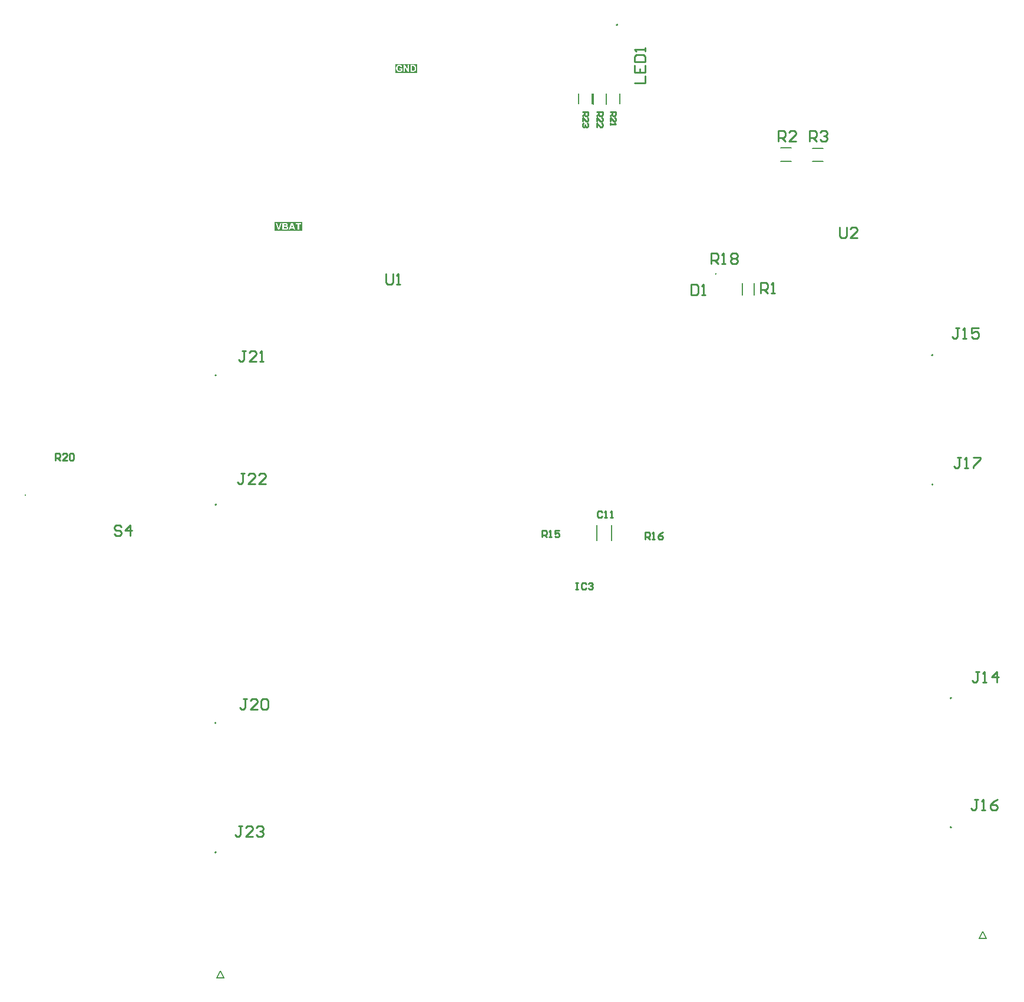
<source format=gbr>
%TF.GenerationSoftware,Altium Limited,Altium Designer,23.6.0 (18)*%
G04 Layer_Color=65535*
%FSLAX45Y45*%
%MOMM*%
%TF.SameCoordinates,8B2A78E3-6762-467B-82E4-ABAB87B9FA14*%
%TF.FilePolarity,Positive*%
%TF.FileFunction,Legend,Top*%
%TF.Part,Single*%
G01*
G75*
%TA.AperFunction,NonConductor*%
%ADD70C,0.20000*%
%ADD71C,0.12700*%
%ADD72C,0.25400*%
G36*
X-746386Y13317500D02*
X-1140000D01*
Y13440451D01*
X-746386D01*
Y13317500D01*
D02*
G37*
G36*
X907452Y15589999D02*
X592500D01*
Y15716617D01*
X907452D01*
Y15589999D01*
D02*
G37*
%LPC*%
G36*
X-1036374Y13427751D02*
X-1057379D01*
X-1081203Y13355576D01*
X-1106014Y13427751D01*
X-1127300D01*
X-1092339Y13330200D01*
X-1071053D01*
X-1036374Y13427751D01*
D02*
G37*
G36*
X-759086D02*
X-836479D01*
Y13411258D01*
X-807580D01*
Y13330200D01*
X-787844D01*
Y13411258D01*
X-759086D01*
Y13427751D01*
D02*
G37*
G36*
X-879334D02*
X-900197D01*
X-937977Y13330200D01*
X-917114D01*
X-909078Y13352332D01*
X-869889D01*
X-861431Y13330200D01*
X-840144D01*
X-879334Y13427751D01*
D02*
G37*
G36*
X-983511D02*
X-1026365D01*
Y13330200D01*
X-984074D01*
X-981678Y13330341D01*
X-977449D01*
X-975757Y13330482D01*
X-973079D01*
X-972092Y13330623D01*
X-970682D01*
X-970118Y13330763D01*
X-969555D01*
X-966735Y13331187D01*
X-964198Y13331892D01*
X-961942Y13332596D01*
X-959969Y13333443D01*
X-958418Y13334148D01*
X-957290Y13334853D01*
X-956585Y13335275D01*
X-956303Y13335416D01*
X-954330Y13336966D01*
X-952779Y13338658D01*
X-951228Y13340208D01*
X-950101Y13341901D01*
X-949114Y13343311D01*
X-948409Y13344438D01*
X-947986Y13345143D01*
X-947845Y13345425D01*
X-946858Y13347821D01*
X-946013Y13350076D01*
X-945449Y13352332D01*
X-945167Y13354306D01*
X-944885Y13355997D01*
X-944744Y13357266D01*
Y13358394D01*
X-944885Y13361494D01*
X-945449Y13364314D01*
X-946295Y13366711D01*
X-947140Y13368967D01*
X-947986Y13370657D01*
X-948832Y13371927D01*
X-949396Y13372774D01*
X-949537Y13373055D01*
X-951510Y13375310D01*
X-953625Y13377142D01*
X-956021Y13378694D01*
X-958136Y13379820D01*
X-960110Y13380807D01*
X-961801Y13381512D01*
X-962365Y13381654D01*
X-962788Y13381795D01*
X-963070Y13381937D01*
X-963211D01*
X-960955Y13383205D01*
X-958982Y13384473D01*
X-957290Y13386024D01*
X-955880Y13387292D01*
X-954894Y13388560D01*
X-954048Y13389548D01*
X-953484Y13390253D01*
X-953343Y13390535D01*
X-952074Y13392792D01*
X-951088Y13394905D01*
X-950524Y13397020D01*
X-949960Y13398993D01*
X-949678Y13400685D01*
X-949537Y13401955D01*
Y13402798D01*
Y13402940D01*
Y13403081D01*
X-949678Y13405338D01*
X-949960Y13407591D01*
X-950524Y13409425D01*
X-951088Y13411118D01*
X-951651Y13412526D01*
X-952215Y13413654D01*
X-952497Y13414218D01*
X-952638Y13414500D01*
X-953766Y13416333D01*
X-955035Y13417883D01*
X-956303Y13419293D01*
X-957431Y13420563D01*
X-958559Y13421407D01*
X-959405Y13422112D01*
X-959969Y13422536D01*
X-960110Y13422676D01*
X-961801Y13423804D01*
X-963634Y13424651D01*
X-965325Y13425356D01*
X-966876Y13425919D01*
X-968286Y13426341D01*
X-969273Y13426624D01*
X-969977Y13426764D01*
X-970259D01*
X-972656Y13427046D01*
X-975334Y13427328D01*
X-978154Y13427469D01*
X-980973Y13427609D01*
X-983511Y13427751D01*
D02*
G37*
%LPD*%
G36*
X-876232Y13368826D02*
X-903158D01*
X-889907Y13405055D01*
X-876232Y13368826D01*
D02*
G37*
G36*
X-985484Y13411398D02*
X-981819D01*
X-980973Y13411258D01*
X-979422D01*
X-978859Y13411118D01*
X-978718D01*
X-977026Y13410835D01*
X-975475Y13410413D01*
X-974207Y13409848D01*
X-973079Y13409283D01*
X-972374Y13408720D01*
X-971669Y13408156D01*
X-971387Y13407874D01*
X-971246Y13407733D01*
X-970400Y13406606D01*
X-969837Y13405338D01*
X-969273Y13404208D01*
X-968991Y13403081D01*
X-968850Y13401955D01*
X-968709Y13401108D01*
Y13400545D01*
Y13400403D01*
X-968850Y13398711D01*
X-969132Y13397160D01*
X-969696Y13395892D01*
X-970118Y13394765D01*
X-970682Y13393777D01*
X-971246Y13393213D01*
X-971528Y13392792D01*
X-971669Y13392650D01*
X-972797Y13391663D01*
X-974066Y13390958D01*
X-975334Y13390395D01*
X-976603Y13389970D01*
X-977872Y13389548D01*
X-978718Y13389407D01*
X-979282Y13389265D01*
X-980127D01*
X-980973Y13389125D01*
X-985343D01*
X-987740Y13388985D01*
X-1006630D01*
Y13411540D01*
X-987035D01*
X-985484Y13411398D01*
D02*
G37*
G36*
X-984215Y13372632D02*
X-982524Y13372491D01*
X-980832D01*
X-979422Y13372350D01*
X-978154Y13372209D01*
X-977167Y13372067D01*
X-976180Y13371927D01*
X-975475Y13371786D01*
X-974348Y13371645D01*
X-973643Y13371362D01*
X-973502D01*
X-972092Y13370799D01*
X-970823Y13370094D01*
X-969696Y13369389D01*
X-968850Y13368544D01*
X-968145Y13367979D01*
X-967722Y13367416D01*
X-967440Y13366994D01*
X-967299Y13366852D01*
X-966594Y13365582D01*
X-966030Y13364314D01*
X-965607Y13363187D01*
X-965325Y13361919D01*
X-965185Y13360931D01*
X-965044Y13360086D01*
Y13359521D01*
Y13359381D01*
X-965185Y13357549D01*
X-965466Y13355856D01*
X-965889Y13354446D01*
X-966453Y13353319D01*
X-967017Y13352332D01*
X-967440Y13351627D01*
X-967722Y13351204D01*
X-967863Y13351064D01*
X-968991Y13350076D01*
X-970118Y13349231D01*
X-971387Y13348526D01*
X-972515Y13347961D01*
X-973502Y13347681D01*
X-974348Y13347398D01*
X-974911Y13347256D01*
X-975052D01*
X-975616Y13347116D01*
X-976462D01*
X-978295Y13346976D01*
X-980550Y13346834D01*
X-982806D01*
X-984920Y13346693D01*
X-1006630D01*
Y13372774D01*
X-986189D01*
X-984215Y13372632D01*
D02*
G37*
%LPC*%
G36*
X655244Y15703917D02*
X653553D01*
X648478Y15703777D01*
X643967Y15703212D01*
X641993Y15702789D01*
X640020Y15702367D01*
X638187Y15701942D01*
X636636Y15701520D01*
X635227Y15700957D01*
X633817Y15700533D01*
X632830Y15700110D01*
X631843Y15699828D01*
X631138Y15699405D01*
X630575Y15699265D01*
X630293Y15698982D01*
X630152D01*
X625782Y15696445D01*
X623949Y15694894D01*
X622116Y15693484D01*
X620425Y15691934D01*
X618874Y15690382D01*
X617464Y15688834D01*
X616196Y15687424D01*
X615209Y15686012D01*
X614222Y15684744D01*
X613376Y15683617D01*
X612671Y15682629D01*
X612248Y15681784D01*
X611826Y15681219D01*
X611685Y15680797D01*
X611544Y15680656D01*
X610416Y15678401D01*
X609429Y15676144D01*
X607878Y15671494D01*
X606751Y15666841D01*
X606046Y15662753D01*
X605764Y15660780D01*
X605482Y15659088D01*
X605341Y15657536D01*
Y15656128D01*
X605200Y15655141D01*
Y15653590D01*
X605482Y15648373D01*
X606046Y15643581D01*
X607033Y15639211D01*
X607455Y15637097D01*
X608019Y15635265D01*
X608583Y15633572D01*
X609006Y15632022D01*
X609570Y15630753D01*
X609993Y15629625D01*
X610275Y15628780D01*
X610557Y15628075D01*
X610839Y15627652D01*
Y15627512D01*
X613235Y15623282D01*
X615914Y15619617D01*
X618733Y15616374D01*
X621552Y15613837D01*
X622821Y15612709D01*
X624090Y15611722D01*
X625077Y15610876D01*
X626064Y15610312D01*
X626768Y15609749D01*
X627473Y15609326D01*
X627755Y15609184D01*
X627896Y15609044D01*
X630152Y15607916D01*
X632266Y15606929D01*
X636918Y15605379D01*
X641429Y15604251D01*
X645517Y15603546D01*
X647491Y15603264D01*
X649183Y15602982D01*
X650733Y15602841D01*
X652143D01*
X653130Y15602699D01*
X654680D01*
X659191Y15602841D01*
X663421Y15603406D01*
X667509Y15604111D01*
X671033Y15604956D01*
X672584Y15605379D01*
X673993Y15605801D01*
X675262Y15606224D01*
X676390Y15606506D01*
X677236Y15606789D01*
X677800Y15607069D01*
X678222Y15607211D01*
X678363D01*
X682592Y15608904D01*
X686117Y15610735D01*
X689218Y15612569D01*
X691897Y15614119D01*
X693870Y15615527D01*
X694575Y15616092D01*
X695280Y15616656D01*
X695703Y15617079D01*
X696126Y15617361D01*
X696408Y15617644D01*
Y15656833D01*
X653976D01*
Y15640340D01*
X676531D01*
Y15627792D01*
X674839Y15626524D01*
X673007Y15625397D01*
X671174Y15624409D01*
X669482Y15623564D01*
X668073Y15622859D01*
X666804Y15622295D01*
X666099Y15622012D01*
X665958Y15621872D01*
X665817D01*
X663562Y15621027D01*
X661306Y15620462D01*
X659191Y15620039D01*
X657359Y15619757D01*
X655667Y15619617D01*
X654539Y15619475D01*
X653412D01*
X651156Y15619617D01*
X648901Y15619897D01*
X646927Y15620322D01*
X644953Y15620885D01*
X641429Y15622295D01*
X640020Y15623000D01*
X638610Y15623846D01*
X637341Y15624690D01*
X636213Y15625397D01*
X635368Y15626242D01*
X634522Y15626807D01*
X633958Y15627370D01*
X633535Y15627792D01*
X633253Y15628075D01*
X633112Y15628217D01*
X631843Y15629907D01*
X630575Y15631882D01*
X629588Y15633855D01*
X628742Y15635970D01*
X627332Y15640340D01*
X626486Y15644568D01*
X626204Y15646542D01*
X625923Y15648515D01*
X625782Y15650066D01*
X625641Y15651617D01*
X625500Y15652744D01*
Y15653731D01*
Y15654295D01*
Y15654436D01*
X625641Y15657396D01*
X625782Y15660075D01*
X626204Y15662753D01*
X626627Y15665150D01*
X627191Y15667264D01*
X627896Y15669238D01*
X628601Y15671071D01*
X629306Y15672762D01*
X629870Y15674171D01*
X630575Y15675441D01*
X631279Y15676427D01*
X631843Y15677274D01*
X632266Y15677979D01*
X632689Y15678401D01*
X632830Y15678683D01*
X632971Y15678824D01*
X634522Y15680234D01*
X636072Y15681644D01*
X637764Y15682629D01*
X639456Y15683617D01*
X641147Y15684464D01*
X642839Y15685168D01*
X646081Y15686154D01*
X647632Y15686436D01*
X649042Y15686719D01*
X650310Y15686859D01*
X651438Y15687000D01*
X652284Y15687141D01*
X653553D01*
X656654Y15687000D01*
X659332Y15686436D01*
X661729Y15685872D01*
X663843Y15685027D01*
X665394Y15684322D01*
X666663Y15683617D01*
X667368Y15683054D01*
X667650Y15682912D01*
X669623Y15681219D01*
X671315Y15679388D01*
X672725Y15677554D01*
X673711Y15675723D01*
X674557Y15674031D01*
X675121Y15672762D01*
X675403Y15671916D01*
X675544Y15671774D01*
Y15671634D01*
X695139Y15675301D01*
X694575Y15677696D01*
X693729Y15680093D01*
X692883Y15682207D01*
X691756Y15684181D01*
X690769Y15686154D01*
X689641Y15687846D01*
X688513Y15689397D01*
X687385Y15690807D01*
X686258Y15692075D01*
X685271Y15693204D01*
X684425Y15694189D01*
X683579Y15694894D01*
X682874Y15695457D01*
X682311Y15696022D01*
X682029Y15696162D01*
X681888Y15696304D01*
X679914Y15697714D01*
X677800Y15698842D01*
X675544Y15699828D01*
X673147Y15700674D01*
X668495Y15702084D01*
X663984Y15702930D01*
X661870Y15703352D01*
X659896Y15703494D01*
X658064Y15703635D01*
X656513Y15703777D01*
X655244Y15703917D01*
D02*
G37*
G36*
X792267Y15702084D02*
X774082D01*
Y15636392D01*
X733765Y15702084D01*
X714734D01*
Y15604533D01*
X732919D01*
Y15668816D01*
X772531Y15604533D01*
X792267D01*
Y15702084D01*
D02*
G37*
G36*
X852038D02*
X813131D01*
Y15604533D01*
X850065D01*
X853871Y15604674D01*
X857395Y15604816D01*
X860356Y15605096D01*
X862752Y15605519D01*
X864726Y15605942D01*
X866276Y15606224D01*
X866699Y15606364D01*
X867122D01*
X867263Y15606506D01*
X867404D01*
X870505Y15607634D01*
X873325Y15608904D01*
X875580Y15610172D01*
X877554Y15611440D01*
X879105Y15612569D01*
X880232Y15613414D01*
X880937Y15613979D01*
X881219Y15614259D01*
X883616Y15616937D01*
X885730Y15619757D01*
X887563Y15622717D01*
X888973Y15625397D01*
X890100Y15627934D01*
X890664Y15628920D01*
X890946Y15629765D01*
X891228Y15630612D01*
X891510Y15631177D01*
X891651Y15631458D01*
Y15631599D01*
X892638Y15634982D01*
X893484Y15638506D01*
X894047Y15641890D01*
X894329Y15645132D01*
X894470Y15646683D01*
X894611Y15648093D01*
Y15649220D01*
X894752Y15650348D01*
Y15652322D01*
X894611Y15657256D01*
X894188Y15661626D01*
X894047Y15663741D01*
X893766Y15665573D01*
X893484Y15667406D01*
X893202Y15668956D01*
X892779Y15670366D01*
X892497Y15671634D01*
X892215Y15672762D01*
X892074Y15673608D01*
X891792Y15674313D01*
X891651Y15674876D01*
X891510Y15675159D01*
Y15675301D01*
X890241Y15678683D01*
X888691Y15681784D01*
X887140Y15684464D01*
X885589Y15686719D01*
X884321Y15688551D01*
X883193Y15689960D01*
X882488Y15690807D01*
X882347Y15691087D01*
X882206D01*
X879810Y15693344D01*
X877413Y15695177D01*
X874876Y15696727D01*
X872620Y15697997D01*
X870646Y15698982D01*
X868955Y15699687D01*
X868391Y15699828D01*
X867968Y15699969D01*
X867686Y15700110D01*
X867545D01*
X864867Y15700815D01*
X861906Y15701237D01*
X858805Y15701662D01*
X855845Y15701802D01*
X853166Y15701942D01*
X852038Y15702084D01*
D02*
G37*
%LPD*%
G36*
X847527Y15685449D02*
X849219D01*
X850629Y15685307D01*
X851897D01*
X853166Y15685168D01*
X854153D01*
X855704Y15684886D01*
X856831Y15684744D01*
X857536Y15684604D01*
X857677D01*
X859651Y15684039D01*
X861342Y15683334D01*
X862893Y15682629D01*
X864303Y15681784D01*
X865290Y15681079D01*
X866135Y15680516D01*
X866558Y15680093D01*
X866699Y15679951D01*
X867968Y15678542D01*
X869096Y15676991D01*
X870083Y15675441D01*
X870928Y15674031D01*
X871492Y15672621D01*
X871915Y15671494D01*
X872197Y15670789D01*
X872338Y15670648D01*
Y15670506D01*
X873043Y15667969D01*
X873607Y15665291D01*
X873889Y15662331D01*
X874171Y15659511D01*
X874312Y15657114D01*
X874453Y15655988D01*
Y15655000D01*
Y15654295D01*
Y15653731D01*
Y15653308D01*
Y15653168D01*
X874312Y15649220D01*
X874171Y15645555D01*
X873748Y15642595D01*
X873466Y15640057D01*
X873043Y15637943D01*
X872902Y15637097D01*
X872620Y15636533D01*
X872479Y15635970D01*
Y15635545D01*
X872338Y15635405D01*
Y15635265D01*
X871492Y15633009D01*
X870787Y15631035D01*
X869801Y15629485D01*
X869096Y15628217D01*
X868391Y15627229D01*
X867827Y15626524D01*
X867404Y15626102D01*
X867263Y15625960D01*
X865994Y15624973D01*
X864726Y15624129D01*
X863457Y15623422D01*
X862188Y15622859D01*
X861061Y15622437D01*
X860215Y15622154D01*
X859651Y15621872D01*
X859369D01*
X857818Y15621590D01*
X855986Y15621449D01*
X854012Y15621167D01*
X852038D01*
X850206Y15621027D01*
X832867D01*
Y15685590D01*
X845695D01*
X847527Y15685449D01*
D02*
G37*
D70*
X3771500Y16277200D02*
G03*
X3791500Y16277200I10000J0D01*
G01*
D02*
G03*
X3771500Y16277200I-10000J0D01*
G01*
X-1980500Y4378200D02*
G03*
X-1980500Y4378200I-10000J0D01*
G01*
Y6238200D02*
G03*
X-1980500Y6238200I-10000J0D01*
G01*
X-1975501Y11238700D02*
G03*
X-1975501Y11238700I-10000J0D01*
G01*
Y9378700D02*
G03*
X-1975501Y9378700I-10000J0D01*
G01*
X5200000Y12690798D02*
G03*
X5200000Y12700798I0J5000D01*
G01*
D02*
G03*
X5200000Y12690798I0J-5000D01*
G01*
X8322000Y11527700D02*
G03*
X8322000Y11527700I-10000J0D01*
G01*
Y9667700D02*
G03*
X8322000Y9667700I-10000J0D01*
G01*
X-4720300Y9520300D02*
G03*
X-4720300Y9510300I0J-5000D01*
G01*
D02*
G03*
X-4720300Y9520300I0J5000D01*
G01*
D02*
G03*
X-4720300Y9510300I0J-5000D01*
G01*
X8587000Y4736200D02*
G03*
X8587000Y4736200I-10000J0D01*
G01*
Y6596200D02*
G03*
X8587000Y6596200I-10000J0D01*
G01*
X6590000Y14505000D02*
X6740000D01*
X6590000Y14314999D02*
X6740000D01*
X6135000Y14317500D02*
X6285000D01*
X6135000Y14507500D02*
X6285000D01*
X3627500Y15142500D02*
Y15292500D01*
X3817500Y15142500D02*
Y15292500D01*
X5747800Y12397000D02*
Y12562000D01*
X5582800Y12397000D02*
Y12562000D01*
X3488339Y8862911D02*
Y9082911D01*
X3703339Y8862911D02*
Y9082911D01*
X3232500Y15142500D02*
Y15292500D01*
X3422500Y15142500D02*
Y15292500D01*
X3437500Y15139999D02*
Y15289999D01*
X3627500Y15139999D02*
Y15289999D01*
D71*
X9035000Y3240000D02*
X9085000Y3140000D01*
X8985000D02*
X9035000Y3240000D01*
X8985000Y3140000D02*
X9085000D01*
X-1922500Y2675000D02*
X-1872500Y2575000D01*
X-1972500D02*
X-1922500Y2675000D01*
X-1972500Y2575000D02*
X-1872500D01*
D72*
X-4290790Y10017516D02*
Y10117484D01*
X-4240806D01*
X-4224145Y10100823D01*
Y10067500D01*
X-4240806Y10050839D01*
X-4290790D01*
X-4257468D02*
X-4224145Y10017516D01*
X-4124177D02*
X-4190822D01*
X-4124177Y10084161D01*
Y10100823D01*
X-4140839Y10117484D01*
X-4174161D01*
X-4190822Y10100823D01*
X-4090855D02*
X-4074193Y10117484D01*
X-4040871D01*
X-4024210Y10100823D01*
Y10034178D01*
X-4040871Y10017516D01*
X-4074193D01*
X-4090855Y10034178D01*
Y10100823D01*
X4843433Y12543675D02*
Y12391325D01*
X4919608D01*
X4945000Y12416717D01*
Y12518284D01*
X4919608Y12543675D01*
X4843433D01*
X4995784Y12391325D02*
X5046567D01*
X5021176D01*
Y12543675D01*
X4995784Y12518284D01*
X6978041Y13371175D02*
Y13244217D01*
X7003433Y13218825D01*
X7054217D01*
X7079608Y13244217D01*
Y13371175D01*
X7231959Y13218825D02*
X7130392D01*
X7231959Y13320392D01*
Y13345784D01*
X7206567Y13371175D01*
X7155784D01*
X7130392Y13345784D01*
X3285013Y15024132D02*
X3364987D01*
Y14984145D01*
X3351658Y14970816D01*
X3325000D01*
X3311671Y14984145D01*
Y15024132D01*
Y14997475D02*
X3285013Y14970816D01*
Y14890842D02*
Y14944157D01*
X3338329Y14890842D01*
X3351658D01*
X3364987Y14904172D01*
Y14930829D01*
X3351658Y14944157D01*
Y14864185D02*
X3364987Y14850854D01*
Y14824197D01*
X3351658Y14810867D01*
X3338329D01*
X3325000Y14824197D01*
Y14837526D01*
Y14824197D01*
X3311671Y14810867D01*
X3298342D01*
X3285013Y14824197D01*
Y14850854D01*
X3298342Y14864185D01*
X3492513Y15024132D02*
X3572487D01*
Y14984145D01*
X3559158Y14970816D01*
X3532500D01*
X3519171Y14984145D01*
Y15024132D01*
Y14997475D02*
X3492513Y14970816D01*
Y14890842D02*
Y14944157D01*
X3545829Y14890842D01*
X3559158D01*
X3572487Y14904172D01*
Y14930829D01*
X3559158Y14944157D01*
X3492513Y14810867D02*
Y14864185D01*
X3545829Y14810867D01*
X3559158D01*
X3572487Y14824196D01*
Y14850854D01*
X3559158Y14864185D01*
X3682513Y15024132D02*
X3762487D01*
Y14984145D01*
X3749158Y14970816D01*
X3722500D01*
X3709171Y14984145D01*
Y15024132D01*
Y14997475D02*
X3682513Y14970816D01*
Y14890842D02*
Y14944157D01*
X3735829Y14890842D01*
X3749158D01*
X3762487Y14904172D01*
Y14930829D01*
X3749158Y14944157D01*
X3682513Y14864185D02*
Y14837526D01*
Y14850854D01*
X3762487D01*
X3749158Y14864185D01*
X5129562Y12838824D02*
Y12991174D01*
X5205737D01*
X5231129Y12965784D01*
Y12914999D01*
X5205737Y12889607D01*
X5129562D01*
X5180345D02*
X5231129Y12838824D01*
X5281912D02*
X5332696D01*
X5307304D01*
Y12991174D01*
X5281912Y12965784D01*
X5408871D02*
X5434263Y12991174D01*
X5485047D01*
X5510439Y12965784D01*
Y12940392D01*
X5485047Y12914999D01*
X5510439Y12889607D01*
Y12864217D01*
X5485047Y12838824D01*
X5434263D01*
X5408871Y12864217D01*
Y12889607D01*
X5434263Y12914999D01*
X5408871Y12940392D01*
Y12965784D01*
X5434263Y12914999D02*
X5485047D01*
X6545541Y14606325D02*
Y14758675D01*
X6621717D01*
X6647108Y14733282D01*
Y14682500D01*
X6621717Y14657108D01*
X6545541D01*
X6596325D02*
X6647108Y14606325D01*
X6697892Y14733282D02*
X6723284Y14758675D01*
X6774067D01*
X6799459Y14733282D01*
Y14707892D01*
X6774067Y14682500D01*
X6748675D01*
X6774067D01*
X6799459Y14657108D01*
Y14631715D01*
X6774067Y14606325D01*
X6723284D01*
X6697892Y14631715D01*
X6098479Y14602634D02*
Y14754984D01*
X6174655D01*
X6200047Y14729591D01*
Y14678809D01*
X6174655Y14653416D01*
X6098479D01*
X6149263D02*
X6200047Y14602634D01*
X6352397D02*
X6250830D01*
X6352397Y14704201D01*
Y14729591D01*
X6327005Y14754984D01*
X6276222D01*
X6250830Y14729591D01*
X5848433Y12416325D02*
Y12568675D01*
X5924608D01*
X5950000Y12543284D01*
Y12492500D01*
X5924608Y12467108D01*
X5848433D01*
X5899217D02*
X5950000Y12416325D01*
X6000784D02*
X6051567D01*
X6026176D01*
Y12568675D01*
X6000784Y12543284D01*
X458433Y12701175D02*
Y12574216D01*
X483825Y12548825D01*
X534608D01*
X560000Y12574216D01*
Y12701175D01*
X610784Y12548825D02*
X661567D01*
X636176D01*
Y12701175D01*
X610784Y12675783D01*
X-3345392Y9060784D02*
X-3370783Y9086175D01*
X-3421567D01*
X-3446959Y9060784D01*
Y9035392D01*
X-3421567Y9010000D01*
X-3370783D01*
X-3345392Y8984608D01*
Y8959217D01*
X-3370783Y8933825D01*
X-3421567D01*
X-3446959Y8959217D01*
X-3218433Y8933825D02*
Y9086175D01*
X-3294608Y9010000D01*
X-3193041D01*
X4187540Y8880016D02*
Y8979984D01*
X4237524D01*
X4254185Y8963322D01*
Y8930000D01*
X4237524Y8913339D01*
X4187540D01*
X4220863D02*
X4254185Y8880016D01*
X4287508D02*
X4320831D01*
X4304169D01*
Y8979984D01*
X4287508Y8963322D01*
X4437460Y8979984D02*
X4404137Y8963322D01*
X4370814Y8930000D01*
Y8896677D01*
X4387476Y8880016D01*
X4420798D01*
X4437460Y8896677D01*
Y8913339D01*
X4420798Y8930000D01*
X4370814D01*
X2702540Y8910016D02*
Y9009984D01*
X2752524D01*
X2769185Y8993323D01*
Y8960000D01*
X2752524Y8943339D01*
X2702540D01*
X2735863D02*
X2769185Y8910016D01*
X2802508D02*
X2835831D01*
X2819170D01*
Y9009984D01*
X2802508Y8993323D01*
X2952460Y9009984D02*
X2885815D01*
Y8960000D01*
X2919137Y8976661D01*
X2935799D01*
X2952460Y8960000D01*
Y8926678D01*
X2935799Y8910016D01*
X2902476D01*
X2885815Y8926678D01*
X4036325Y15443582D02*
X4188675D01*
Y15545151D01*
X4036325Y15697501D02*
Y15595934D01*
X4188675D01*
Y15697501D01*
X4112500Y15595934D02*
Y15646716D01*
X4036325Y15748283D02*
X4188675D01*
Y15824458D01*
X4163284Y15849850D01*
X4061717D01*
X4036325Y15824458D01*
Y15748283D01*
X4188675Y15900633D02*
Y15951418D01*
Y15926025D01*
X4036325D01*
X4061717Y15900633D01*
X-1606567Y4756175D02*
X-1657351D01*
X-1631959D01*
Y4629217D01*
X-1657351Y4603825D01*
X-1682742D01*
X-1708134Y4629217D01*
X-1454216Y4603825D02*
X-1555784D01*
X-1454216Y4705392D01*
Y4730784D01*
X-1479608Y4756175D01*
X-1530392D01*
X-1555784Y4730784D01*
X-1403433D02*
X-1378041Y4756175D01*
X-1327257D01*
X-1301866Y4730784D01*
Y4705392D01*
X-1327257Y4680000D01*
X-1352649D01*
X-1327257D01*
X-1301866Y4654608D01*
Y4629217D01*
X-1327257Y4603825D01*
X-1378041D01*
X-1403433Y4629217D01*
X-1569067Y9826175D02*
X-1619851D01*
X-1594459D01*
Y9699217D01*
X-1619851Y9673825D01*
X-1645242D01*
X-1670634Y9699217D01*
X-1416716Y9673825D02*
X-1518283D01*
X-1416716Y9775392D01*
Y9800784D01*
X-1442108Y9826175D01*
X-1492892D01*
X-1518283Y9800784D01*
X-1264366Y9673825D02*
X-1365933D01*
X-1264366Y9775392D01*
Y9800784D01*
X-1289757Y9826175D01*
X-1340541D01*
X-1365933Y9800784D01*
X-1558675Y11593675D02*
X-1609459D01*
X-1584067D01*
Y11466716D01*
X-1609459Y11441325D01*
X-1634850D01*
X-1660242Y11466716D01*
X-1406324Y11441325D02*
X-1507892D01*
X-1406324Y11542892D01*
Y11568283D01*
X-1431716Y11593675D01*
X-1482500D01*
X-1507892Y11568283D01*
X-1355541Y11441325D02*
X-1304757D01*
X-1330149D01*
Y11593675D01*
X-1355541Y11568283D01*
X-1539067Y6588675D02*
X-1589851D01*
X-1564459D01*
Y6461717D01*
X-1589851Y6436325D01*
X-1615242D01*
X-1640634Y6461717D01*
X-1386716Y6436325D02*
X-1488284D01*
X-1386716Y6537892D01*
Y6563284D01*
X-1412108Y6588675D01*
X-1462892D01*
X-1488284Y6563284D01*
X-1335933D02*
X-1310541Y6588675D01*
X-1259757D01*
X-1234366Y6563284D01*
Y6461717D01*
X-1259757Y6436325D01*
X-1310541D01*
X-1335933Y6461717D01*
Y6563284D01*
X8721129Y10058675D02*
X8670345D01*
X8695737D01*
Y9931716D01*
X8670345Y9906325D01*
X8644953D01*
X8619562Y9931716D01*
X8771912Y9906325D02*
X8822696D01*
X8797304D01*
Y10058675D01*
X8771912Y10033283D01*
X8898871Y10058675D02*
X9000438D01*
Y10033283D01*
X8898871Y9931716D01*
Y9906325D01*
X8966129Y5133675D02*
X8915345D01*
X8940737D01*
Y5006716D01*
X8915345Y4981325D01*
X8889954D01*
X8864562Y5006716D01*
X9016912Y4981325D02*
X9067696D01*
X9042304D01*
Y5133675D01*
X9016912Y5108283D01*
X9245438Y5133675D02*
X9194655Y5108283D01*
X9143871Y5057500D01*
Y5006716D01*
X9169263Y4981325D01*
X9220047D01*
X9245438Y5006716D01*
Y5032108D01*
X9220047Y5057500D01*
X9143871D01*
X8698629Y11918675D02*
X8647845D01*
X8673237D01*
Y11791717D01*
X8647845Y11766325D01*
X8622454D01*
X8597062Y11791717D01*
X8749413Y11766325D02*
X8800196D01*
X8774804D01*
Y11918675D01*
X8749413Y11893284D01*
X8977939Y11918675D02*
X8876371D01*
Y11842500D01*
X8927155Y11867892D01*
X8952547D01*
X8977939Y11842500D01*
Y11791717D01*
X8952547Y11766325D01*
X8901763D01*
X8876371Y11791717D01*
X8988629Y6973675D02*
X8937845D01*
X8963237D01*
Y6846717D01*
X8937845Y6821325D01*
X8912454D01*
X8887062Y6846717D01*
X9039412Y6821325D02*
X9090196D01*
X9064804D01*
Y6973675D01*
X9039412Y6948284D01*
X9242547Y6821325D02*
Y6973675D01*
X9166371Y6897500D01*
X9267939D01*
X3185040Y8257484D02*
X3218363D01*
X3201702D01*
Y8157516D01*
X3185040D01*
X3218363D01*
X3334992Y8240822D02*
X3318331Y8257484D01*
X3285008D01*
X3268347Y8240822D01*
Y8174177D01*
X3285008Y8157516D01*
X3318331D01*
X3334992Y8174177D01*
X3368315Y8240822D02*
X3384976Y8257484D01*
X3418298D01*
X3434960Y8240822D01*
Y8224161D01*
X3418298Y8207500D01*
X3401637D01*
X3418298D01*
X3434960Y8190839D01*
Y8174177D01*
X3418298Y8157516D01*
X3384976D01*
X3368315Y8174177D01*
X3568347Y9273323D02*
X3551686Y9289984D01*
X3518363D01*
X3501702Y9273323D01*
Y9206678D01*
X3518363Y9190016D01*
X3551686D01*
X3568347Y9206678D01*
X3601669Y9190016D02*
X3634992D01*
X3618331D01*
Y9289984D01*
X3601669Y9273323D01*
X3684976Y9190016D02*
X3718298D01*
X3701637D01*
Y9289984D01*
X3684976Y9273323D01*
%TF.MD5,a9360f8a877b06e78d685c042cb9bcd2*%
M02*

</source>
